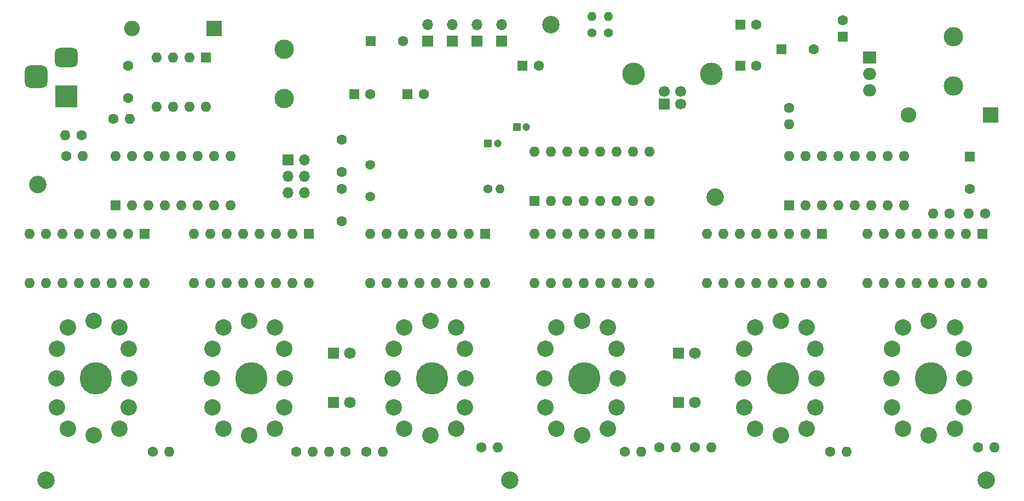
<source format=gbr>
%TF.GenerationSoftware,KiCad,Pcbnew,7.0.8*%
%TF.CreationDate,2023-10-07T19:29:42-07:00*%
%TF.ProjectId,nixie3,6e697869-6533-42e6-9b69-6361645f7063,rev?*%
%TF.SameCoordinates,Original*%
%TF.FileFunction,Soldermask,Bot*%
%TF.FilePolarity,Negative*%
%FSLAX46Y46*%
G04 Gerber Fmt 4.6, Leading zero omitted, Abs format (unit mm)*
G04 Created by KiCad (PCBNEW 7.0.8) date 2023-10-07 19:29:42*
%MOMM*%
%LPD*%
G01*
G04 APERTURE LIST*
G04 Aperture macros list*
%AMRoundRect*
0 Rectangle with rounded corners*
0 $1 Rounding radius*
0 $2 $3 $4 $5 $6 $7 $8 $9 X,Y pos of 4 corners*
0 Add a 4 corners polygon primitive as box body*
4,1,4,$2,$3,$4,$5,$6,$7,$8,$9,$2,$3,0*
0 Add four circle primitives for the rounded corners*
1,1,$1+$1,$2,$3*
1,1,$1+$1,$4,$5*
1,1,$1+$1,$6,$7*
1,1,$1+$1,$8,$9*
0 Add four rect primitives between the rounded corners*
20,1,$1+$1,$2,$3,$4,$5,0*
20,1,$1+$1,$4,$5,$6,$7,0*
20,1,$1+$1,$6,$7,$8,$9,0*
20,1,$1+$1,$8,$9,$2,$3,0*%
G04 Aperture macros list end*
%ADD10C,1.500000*%
%ADD11C,1.600000*%
%ADD12O,1.600000X1.600000*%
%ADD13R,1.600000X1.600000*%
%ADD14C,2.700000*%
%ADD15R,2.400000X2.400000*%
%ADD16O,2.400000X2.400000*%
%ADD17C,4.998720*%
%ADD18C,2.540000*%
%ADD19R,1.800000X1.800000*%
%ADD20C,1.800000*%
%ADD21R,1.200000X1.200000*%
%ADD22C,1.200000*%
%ADD23R,1.700000X1.700000*%
%ADD24O,1.700000X1.700000*%
%ADD25R,2.000000X1.905000*%
%ADD26O,2.000000X1.905000*%
%ADD27C,3.000000*%
%ADD28R,3.500000X3.500000*%
%ADD29RoundRect,0.750000X-1.000000X0.750000X-1.000000X-0.750000X1.000000X-0.750000X1.000000X0.750000X0*%
%ADD30RoundRect,0.875000X-0.875000X0.875000X-0.875000X-0.875000X0.875000X-0.875000X0.875000X0.875000X0*%
%ADD31C,1.400000*%
%ADD32O,1.400000X1.400000*%
%ADD33C,1.700000*%
%ADD34C,3.500000*%
G04 APERTURE END LIST*
D10*
%TO.C,Y1*%
X94615000Y-64680000D03*
X94615000Y-59800000D03*
%TD*%
D11*
%TO.C,R10*%
X188595000Y-103505000D03*
D12*
X191135000Y-103505000D03*
%TD*%
D13*
%TO.C,U7*%
X137795000Y-70485000D03*
D12*
X135255000Y-70485000D03*
X132715000Y-70485000D03*
X130175000Y-70485000D03*
X127635000Y-70485000D03*
X125095000Y-70485000D03*
X122555000Y-70485000D03*
X120015000Y-70485000D03*
X120015000Y-78105000D03*
X122555000Y-78105000D03*
X125095000Y-78105000D03*
X127635000Y-78105000D03*
X130175000Y-78105000D03*
X132715000Y-78105000D03*
X135255000Y-78105000D03*
X137795000Y-78105000D03*
%TD*%
D11*
%TO.C,R12*%
X139290000Y-103505000D03*
D12*
X141830000Y-103505000D03*
%TD*%
D14*
%TO.C,REF\u002A\u002A*%
X43180000Y-62865000D03*
%TD*%
D13*
%TO.C,C11*%
X100370000Y-48895000D03*
D11*
X102870000Y-48895000D03*
%TD*%
D14*
%TO.C,REF\u002A\u002A*%
X116205000Y-108585000D03*
%TD*%
D15*
%TO.C,D2*%
X70485000Y-38735000D03*
D16*
X57785000Y-38735000D03*
%TD*%
D11*
%TO.C,R13*%
X144780000Y-103505000D03*
D12*
X147320000Y-103505000D03*
%TD*%
D17*
%TO.C,NX3*%
X104173020Y-92783660D03*
D18*
X109220000Y-97282000D03*
X99857560Y-100599240D03*
X98173540Y-97282000D03*
X98046540Y-92783660D03*
X98173540Y-88285320D03*
X99857560Y-84968080D03*
X103855520Y-83967320D03*
X107853480Y-84968080D03*
X109220000Y-88285320D03*
X109347000Y-92783660D03*
X107853480Y-100599240D03*
X103855520Y-101600000D03*
%TD*%
D19*
%TO.C,NE1*%
X88900000Y-88900000D03*
D20*
X91440000Y-88900000D03*
%TD*%
D21*
%TO.C,C1*%
X112785000Y-56525000D03*
D22*
X114285000Y-56525000D03*
%TD*%
D13*
%TO.C,C9*%
X151805000Y-38100000D03*
D11*
X154305000Y-38100000D03*
%TD*%
D13*
%TO.C,U9*%
X164465000Y-70485000D03*
D12*
X161925000Y-70485000D03*
X159385000Y-70485000D03*
X156845000Y-70485000D03*
X154305000Y-70485000D03*
X151765000Y-70485000D03*
X149225000Y-70485000D03*
X146685000Y-70485000D03*
X146685000Y-78105000D03*
X149225000Y-78105000D03*
X151765000Y-78105000D03*
X154305000Y-78105000D03*
X156845000Y-78105000D03*
X159385000Y-78105000D03*
X161925000Y-78105000D03*
X164465000Y-78105000D03*
%TD*%
D23*
%TO.C,J7*%
X111125000Y-40640000D03*
D24*
X111125000Y-38100000D03*
%TD*%
D11*
%TO.C,R3*%
X184150000Y-67310000D03*
D12*
X181610000Y-67310000D03*
%TD*%
D11*
%TO.C,R4*%
X90805000Y-104140000D03*
D12*
X88265000Y-104140000D03*
%TD*%
D13*
%TO.C,U11*%
X112395000Y-70485000D03*
D12*
X109855000Y-70485000D03*
X107315000Y-70485000D03*
X104775000Y-70485000D03*
X102235000Y-70485000D03*
X99695000Y-70485000D03*
X97155000Y-70485000D03*
X94615000Y-70485000D03*
X94615000Y-78105000D03*
X97155000Y-78105000D03*
X99695000Y-78105000D03*
X102235000Y-78105000D03*
X104775000Y-78105000D03*
X107315000Y-78105000D03*
X109855000Y-78105000D03*
X112395000Y-78105000D03*
%TD*%
D13*
%TO.C,U14*%
X120000000Y-65415000D03*
D12*
X122540000Y-65415000D03*
X125080000Y-65415000D03*
X127620000Y-65415000D03*
X130160000Y-65415000D03*
X132700000Y-65415000D03*
X135240000Y-65415000D03*
X137780000Y-65415000D03*
X137780000Y-57795000D03*
X135240000Y-57795000D03*
X132700000Y-57795000D03*
X130160000Y-57795000D03*
X127620000Y-57795000D03*
X125080000Y-57795000D03*
X122540000Y-57795000D03*
X120000000Y-57795000D03*
%TD*%
D13*
%TO.C,U10*%
X85090000Y-70485000D03*
D12*
X82550000Y-70485000D03*
X80010000Y-70485000D03*
X77470000Y-70485000D03*
X74930000Y-70485000D03*
X72390000Y-70485000D03*
X69850000Y-70485000D03*
X67310000Y-70485000D03*
X67310000Y-78105000D03*
X69850000Y-78105000D03*
X72390000Y-78105000D03*
X74930000Y-78105000D03*
X77470000Y-78105000D03*
X80010000Y-78105000D03*
X82550000Y-78105000D03*
X85090000Y-78105000D03*
%TD*%
D11*
%TO.C,R8*%
X133985000Y-104140000D03*
D12*
X136525000Y-104140000D03*
%TD*%
D25*
%TO.C,Q1*%
X171775000Y-43180000D03*
D26*
X171775000Y-45720000D03*
X171775000Y-48260000D03*
%TD*%
D11*
%TO.C,R14*%
X54835000Y-52705000D03*
D12*
X57375000Y-52705000D03*
%TD*%
D14*
%TO.C,REF\u002A\u002A*%
X147955000Y-64770000D03*
%TD*%
D27*
%TO.C,L2*%
X81280000Y-49530000D03*
X81280000Y-41910000D03*
%TD*%
D11*
%TO.C,R15*%
X49940000Y-55245000D03*
D12*
X47400000Y-55245000D03*
%TD*%
D17*
%TO.C,NX4*%
X127653040Y-92783660D03*
D18*
X132700020Y-97282000D03*
X123337580Y-100599240D03*
X121653560Y-97282000D03*
X121526560Y-92783660D03*
X121653560Y-88285320D03*
X123337580Y-84968080D03*
X127335540Y-83967320D03*
X131333500Y-84968080D03*
X132700020Y-88285320D03*
X132827020Y-92783660D03*
X131333500Y-100599240D03*
X127335540Y-101600000D03*
%TD*%
D13*
%TO.C,U8*%
X59690000Y-70485000D03*
D12*
X57150000Y-70485000D03*
X54610000Y-70485000D03*
X52070000Y-70485000D03*
X49530000Y-70485000D03*
X46990000Y-70485000D03*
X44450000Y-70485000D03*
X41910000Y-70485000D03*
X41910000Y-78105000D03*
X44450000Y-78105000D03*
X46990000Y-78105000D03*
X49530000Y-78105000D03*
X52070000Y-78105000D03*
X54610000Y-78105000D03*
X57150000Y-78105000D03*
X59690000Y-78105000D03*
%TD*%
D23*
%TO.C,J5*%
X103505000Y-40645000D03*
D24*
X103505000Y-38105000D03*
%TD*%
D17*
%TO.C,NX2*%
X76200000Y-92783660D03*
D18*
X81246980Y-97282000D03*
X71884540Y-100599240D03*
X70200520Y-97282000D03*
X70073520Y-92783660D03*
X70200520Y-88285320D03*
X71884540Y-84968080D03*
X75882500Y-83967320D03*
X79880460Y-84968080D03*
X81246980Y-88285320D03*
X81373980Y-92783660D03*
X79880460Y-100599240D03*
X75882500Y-101600000D03*
%TD*%
D14*
%TO.C,REF\u002A\u002A*%
X44450000Y-108585000D03*
%TD*%
%TO.C,REF\u002A\u002A*%
X122555000Y-38100000D03*
%TD*%
D13*
%TO.C,U12*%
X189230000Y-70485000D03*
D12*
X186690000Y-70485000D03*
X184150000Y-70485000D03*
X181610000Y-70485000D03*
X179070000Y-70485000D03*
X176530000Y-70485000D03*
X173990000Y-70485000D03*
X171450000Y-70485000D03*
X171450000Y-78105000D03*
X173990000Y-78105000D03*
X176530000Y-78105000D03*
X179070000Y-78105000D03*
X181610000Y-78105000D03*
X184150000Y-78105000D03*
X186690000Y-78105000D03*
X189230000Y-78105000D03*
%TD*%
D23*
%TO.C,J8*%
X114935000Y-40645000D03*
D24*
X114935000Y-38105000D03*
%TD*%
D28*
%TO.C,J2*%
X47625000Y-49180000D03*
D29*
X47625000Y-43180000D03*
D30*
X42925000Y-46180000D03*
%TD*%
D11*
%TO.C,R16*%
X47625000Y-58420000D03*
D12*
X50165000Y-58420000D03*
%TD*%
D11*
%TO.C,C4*%
X57150000Y-49490000D03*
X57150000Y-44490000D03*
%TD*%
D13*
%TO.C,C3*%
X187325000Y-58557349D03*
D11*
X187325000Y-63557349D03*
%TD*%
%TO.C,R17*%
X159385000Y-51025000D03*
D12*
X159385000Y-53565000D03*
%TD*%
D31*
%TO.C,R19*%
X128905000Y-39370000D03*
D32*
X128905000Y-36830000D03*
%TD*%
D23*
%TO.C,J1*%
X140050000Y-50430000D03*
D33*
X142550000Y-50430000D03*
X142550000Y-48430000D03*
X140050000Y-48430000D03*
D34*
X135280000Y-45720000D03*
X147320000Y-45720000D03*
%TD*%
D13*
%TO.C,U13*%
X55245000Y-66040000D03*
D12*
X57785000Y-66040000D03*
X60325000Y-66040000D03*
X62865000Y-66040000D03*
X65405000Y-66040000D03*
X67945000Y-66040000D03*
X70485000Y-66040000D03*
X73025000Y-66040000D03*
X73025000Y-58420000D03*
X70485000Y-58420000D03*
X67945000Y-58420000D03*
X65405000Y-58420000D03*
X62865000Y-58420000D03*
X60325000Y-58420000D03*
X57785000Y-58420000D03*
X55245000Y-58420000D03*
%TD*%
D13*
%TO.C,C8*%
X151805000Y-44450000D03*
D11*
X154305000Y-44450000D03*
%TD*%
D14*
%TO.C,REF\u002A\u002A*%
X189865000Y-108585000D03*
%TD*%
D11*
%TO.C,R5*%
X93980000Y-104140000D03*
D12*
X96520000Y-104140000D03*
%TD*%
D11*
%TO.C,C6*%
X90170000Y-68540000D03*
X90170000Y-63540000D03*
%TD*%
D13*
%TO.C,C5*%
X94695000Y-40640000D03*
D11*
X99695000Y-40640000D03*
%TD*%
D31*
%TO.C,R1*%
X112745000Y-63510000D03*
D32*
X114645000Y-63510000D03*
%TD*%
D19*
%TO.C,NE2*%
X88900000Y-96520000D03*
D20*
X91440000Y-96520000D03*
%TD*%
D17*
%TO.C,NX6*%
X181276500Y-92783660D03*
D18*
X186323480Y-97282000D03*
X176961040Y-100599240D03*
X175277020Y-97282000D03*
X175150020Y-92783660D03*
X175277020Y-88285320D03*
X176961040Y-84968080D03*
X180959000Y-83967320D03*
X184956960Y-84968080D03*
X186323480Y-88285320D03*
X186450480Y-92783660D03*
X184956960Y-100599240D03*
X180959000Y-101600000D03*
%TD*%
D23*
%TO.C,J9*%
X81900000Y-59065000D03*
D24*
X84440000Y-59065000D03*
X81900000Y-61605000D03*
X84440000Y-61605000D03*
X81900000Y-64145000D03*
X84440000Y-64145000D03*
%TD*%
D11*
%TO.C,C7*%
X90170000Y-55920000D03*
X90170000Y-60920000D03*
%TD*%
D17*
%TO.C,NX1*%
X52150000Y-92783660D03*
D18*
X57196980Y-97282000D03*
X47834540Y-100599240D03*
X46150520Y-97282000D03*
X46023520Y-92783660D03*
X46150520Y-88285320D03*
X47834540Y-84968080D03*
X51832500Y-83967320D03*
X55830460Y-84968080D03*
X57196980Y-88285320D03*
X57323980Y-92783660D03*
X55830460Y-100599240D03*
X51832500Y-101600000D03*
%TD*%
D13*
%TO.C,C14*%
X167640000Y-39965000D03*
D11*
X167640000Y-37465000D03*
%TD*%
D23*
%TO.C,J6*%
X107315000Y-40645000D03*
D24*
X107315000Y-38105000D03*
%TD*%
D11*
%TO.C,R2*%
X189640000Y-67310000D03*
D12*
X187100000Y-67310000D03*
%TD*%
D13*
%TO.C,U5*%
X69215000Y-43180000D03*
D12*
X66675000Y-43180000D03*
X64135000Y-43180000D03*
X61595000Y-43180000D03*
X61595000Y-50800000D03*
X64135000Y-50800000D03*
X66675000Y-50800000D03*
X69215000Y-50800000D03*
%TD*%
D11*
%TO.C,R7*%
X111760000Y-103505000D03*
D12*
X114300000Y-103505000D03*
%TD*%
D31*
%TO.C,R18*%
X131445000Y-39370000D03*
D32*
X131445000Y-36830000D03*
%TD*%
D11*
%TO.C,R11*%
X60960000Y-104140000D03*
D12*
X63500000Y-104140000D03*
%TD*%
D13*
%TO.C,C10*%
X118150000Y-44450000D03*
D11*
X120650000Y-44450000D03*
%TD*%
%TO.C,R9*%
X165735000Y-104140000D03*
D12*
X168275000Y-104140000D03*
%TD*%
D19*
%TO.C,NE3*%
X142240000Y-88900000D03*
D20*
X144780000Y-88900000D03*
%TD*%
D13*
%TO.C,C13*%
X158195000Y-41910000D03*
D11*
X163195000Y-41910000D03*
%TD*%
D27*
%TO.C,L1*%
X184785000Y-40005000D03*
X184785000Y-47625000D03*
%TD*%
D11*
%TO.C,R6*%
X83185000Y-104140000D03*
D12*
X85725000Y-104140000D03*
%TD*%
D17*
%TO.C,NX5*%
X158399480Y-92783660D03*
D18*
X163446460Y-97282000D03*
X154084020Y-100599240D03*
X152400000Y-97282000D03*
X152273000Y-92783660D03*
X152400000Y-88285320D03*
X154084020Y-84968080D03*
X158081980Y-83967320D03*
X162079940Y-84968080D03*
X163446460Y-88285320D03*
X163573460Y-92783660D03*
X162079940Y-100599240D03*
X158081980Y-101600000D03*
%TD*%
D13*
%TO.C,U15*%
X159370000Y-66050000D03*
D12*
X161910000Y-66050000D03*
X164450000Y-66050000D03*
X166990000Y-66050000D03*
X169530000Y-66050000D03*
X172070000Y-66050000D03*
X174610000Y-66050000D03*
X177150000Y-66050000D03*
X177150000Y-58430000D03*
X174610000Y-58430000D03*
X172070000Y-58430000D03*
X169530000Y-58430000D03*
X166990000Y-58430000D03*
X164450000Y-58430000D03*
X161910000Y-58430000D03*
X159370000Y-58430000D03*
%TD*%
D19*
%TO.C,NE4*%
X142240000Y-96520000D03*
D20*
X144780000Y-96520000D03*
%TD*%
D15*
%TO.C,D1*%
X190500000Y-52070000D03*
D16*
X177800000Y-52070000D03*
%TD*%
D21*
%TO.C,C2*%
X117245000Y-53975000D03*
D22*
X118745000Y-53975000D03*
%TD*%
D13*
%TO.C,C12*%
X92115000Y-48895000D03*
D11*
X94615000Y-48895000D03*
%TD*%
M02*

</source>
